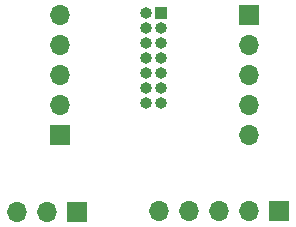
<source format=gbr>
%TF.GenerationSoftware,KiCad,Pcbnew,7.0.8-7.0.8~ubuntu22.04.1*%
%TF.CreationDate,2023-10-13T21:40:15+02:00*%
%TF.ProjectId,st_adap,73745f61-6461-4702-9e6b-696361645f70,rev?*%
%TF.SameCoordinates,Original*%
%TF.FileFunction,Soldermask,Top*%
%TF.FilePolarity,Negative*%
%FSLAX46Y46*%
G04 Gerber Fmt 4.6, Leading zero omitted, Abs format (unit mm)*
G04 Created by KiCad (PCBNEW 7.0.8-7.0.8~ubuntu22.04.1) date 2023-10-13 21:40:15*
%MOMM*%
%LPD*%
G01*
G04 APERTURE LIST*
%ADD10R,1.000000X1.000000*%
%ADD11O,1.000000X1.000000*%
%ADD12R,1.700000X1.700000*%
%ADD13O,1.700000X1.700000*%
G04 APERTURE END LIST*
D10*
%TO.C,J1*%
X208565000Y-97790000D03*
D11*
X207295000Y-97790000D03*
X208565000Y-99060000D03*
X207295000Y-99060000D03*
X208565000Y-100330000D03*
X207295000Y-100330000D03*
X208565000Y-101600000D03*
X207295000Y-101600000D03*
X208565000Y-102870000D03*
X207295000Y-102870000D03*
X208565000Y-104140000D03*
X207295000Y-104140000D03*
X208565000Y-105410000D03*
X207295000Y-105410000D03*
%TD*%
D12*
%TO.C,J5*%
X201480000Y-114600000D03*
D13*
X198940000Y-114600000D03*
X196400000Y-114600000D03*
%TD*%
D12*
%TO.C,J2*%
X216000000Y-98000000D03*
D13*
X216000000Y-100540000D03*
X216000000Y-103080000D03*
X216000000Y-105620000D03*
X216000000Y-108160000D03*
%TD*%
D12*
%TO.C,J4*%
X218550000Y-114550000D03*
D13*
X216010000Y-114550000D03*
X213470000Y-114550000D03*
X210930000Y-114550000D03*
X208390000Y-114550000D03*
%TD*%
D12*
%TO.C,J3*%
X200000000Y-108160000D03*
D13*
X200000000Y-105620000D03*
X200000000Y-103080000D03*
X200000000Y-100540000D03*
X200000000Y-98000000D03*
%TD*%
M02*

</source>
